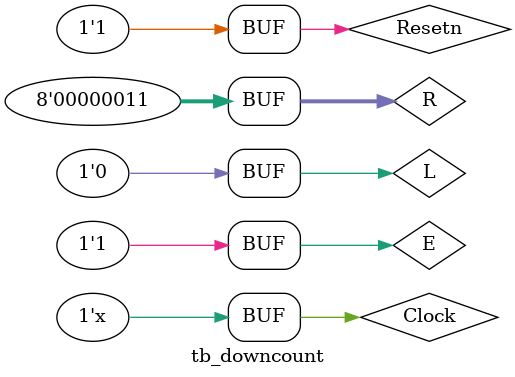
<source format=v>
module tb_downcount;

reg [7:0] R;
reg Clock,Resetn,L,E;
wire [7:0] Q;

downcount dc (R, Resetn, Clock, E, L, Q);

initial begin
Clock = 0;
Resetn = 1;
R = 3;
#10 Resetn = 0;
#10 Resetn = 1;

#10 E=1;
#50
#10 L=1;
#30 L=0;

end


always begin
#5 Clock = ~Clock;
end


endmodule

</source>
